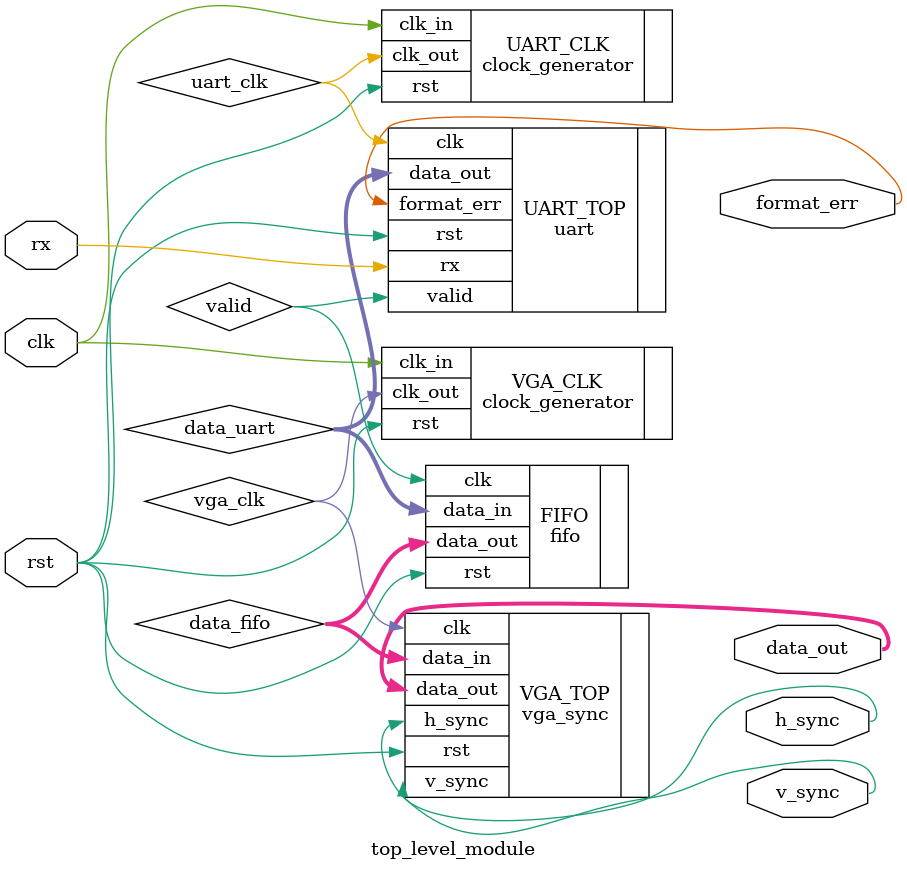
<source format=v>
`timescale 1ns/1ns

module top_level_module(
    clk, rst, rx, format_err, h_sync, v_sync, data_out);
	
input clk, rst, rx;
output format_err;
output h_sync, v_sync;
output[7:0] data_out;

wire valid;
wire uart_clk, vga_clk;
wire[7:0] data_uart;
wire[127:0] data_fifo;
//wire[7:0] data_vga;
//reg[7:0] data_out_reg, data_out_next;

parameter bit_no = 16;
parameter reg_no = 16;
parameter freq_in = 100000000;      //50MHz
parameter uart_freq = 153600;       //9600 * 16
parameter vga_freq = 25000000;      //25MHz


clock_generator #( .freq_in(freq_in), .freq_out(uart_freq), .bit_no(bit_no) ) UART_CLK( .clk_in(clk), .rst(rst), .clk_out(uart_clk) );    //generam clk pt uart
clock_generator #( .freq_in(freq_in), .freq_out(vga_freq), .bit_no(bit_no) ) VGA_CLK( .clk_in(clk), .rst(rst), .clk_out(vga_clk) );       //generam clk pt vga

uart UART_TOP( .clk(uart_clk), .rst(rst), .rx(rx), .format_err(format_err), .data_out(data_uart), .valid(valid) );                        //instantiem modulul uart
fifo #( .w(8*reg_no) ) FIFO( .clk(valid), .rst(rst), .data_in(data_uart), .data_out(data_fifo) );                                         //valid = 1(activ) inseamna ca avem un pachet complet de date, il trimitem in fifo
vga_sync VGA_TOP( .clk(vga_clk), .rst(rst), .data_in(data_fifo), .data_out(data_out), .h_sync(h_sync), .v_sync(v_sync) );                 //datele din fifo le trimitem in vga     


/*always @(*) begin
    data_out_next = data_out_reg;
	
	if( valid ) begin
	    data_out_next = data_uart; 
	end
end

always @(posedge uart_clk, negedge rst) begin
    if( !rst ) begin
	    data_out_reg <= 8'b0;
	end
	else begin
	    data_out_reg <= data_out_next;
	end
end

assign data_out = data_out_reg;*/

endmodule
</source>
